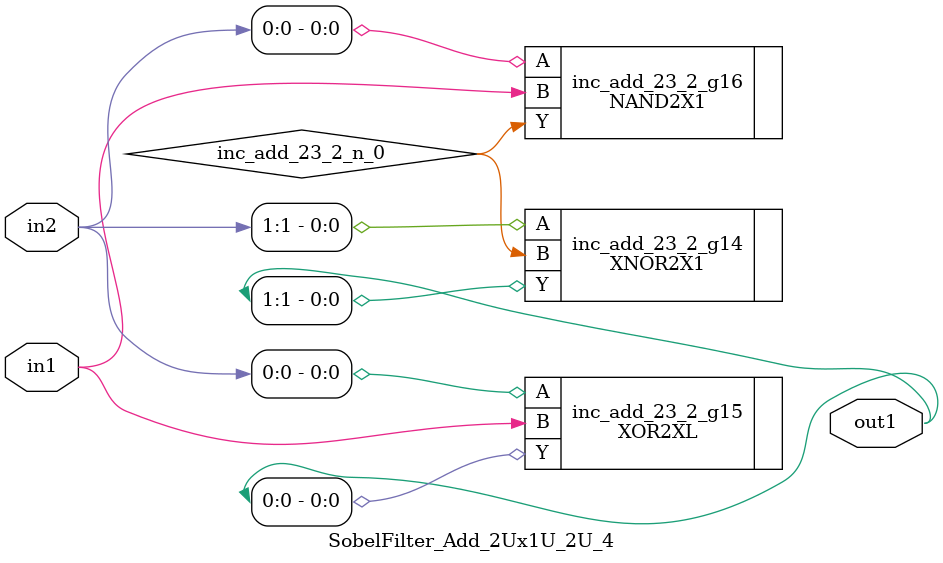
<source format=v>
`timescale 1ps / 1ps


module SobelFilter_Add_2Ux1U_2U_4(in2, in1, out1);
  input [1:0] in2;
  input in1;
  output [1:0] out1;
  wire [1:0] in2;
  wire in1;
  wire [1:0] out1;
  wire inc_add_23_2_n_0;
  XNOR2X1 inc_add_23_2_g14(.A (in2[1]), .B (inc_add_23_2_n_0), .Y
       (out1[1]));
  XOR2XL inc_add_23_2_g15(.A (in2[0]), .B (in1), .Y (out1[0]));
  NAND2X1 inc_add_23_2_g16(.A (in2[0]), .B (in1), .Y
       (inc_add_23_2_n_0));
endmodule


</source>
